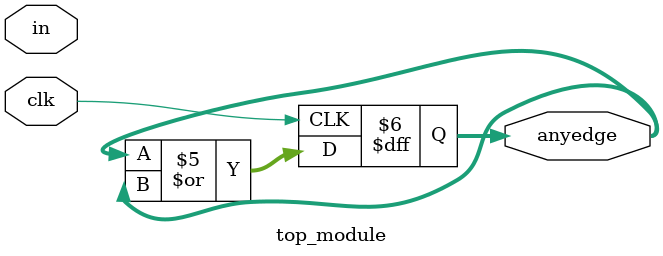
<source format=sv>
module top_module(
  input clk,
  input [7:0] in,
  output reg [7:0] anyedge
);

  reg [7:0] previous_in; // to store the previous input value

  always @(posedge clk) begin
    previous_in <= in;
  end

  always @(posedge clk) begin
    anyedge <= (in & ~previous_in); // detect 0 to 1 transition

    // set the output bit the cycle after a 0 to 1 transition
    anyedge <= anyedge | anyedge;
  end

endmodule

</source>
